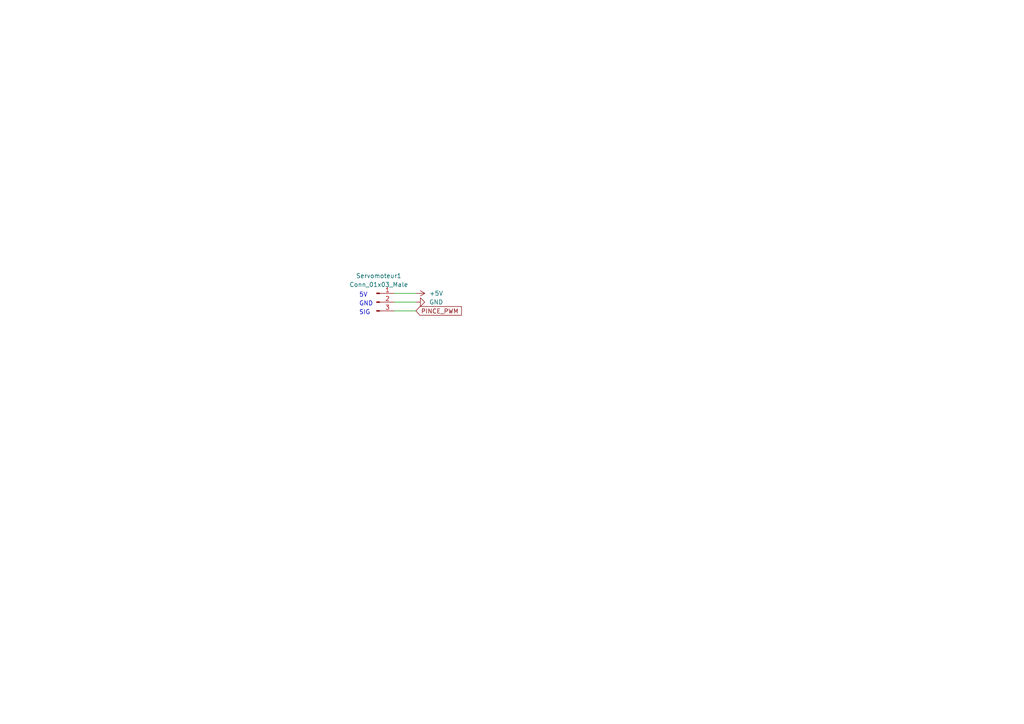
<source format=kicad_sch>
(kicad_sch (version 20211123) (generator eeschema)
  (paper "A4")
  (lib_symbols
    (symbol "Connector:Conn_01x03_Male" (pin_names (offset 1.016) hide)
      (property "Reference" "J" (at 0 5.08 0))
      (property "Value" "Conn_01x03_Male" (at 0 -5.08 0))
      (symbol "Conn_01x03_Male_1_1"
        (polyline (pts (xy 1.27 -2.54) (xy 0.8636 -2.54)) (stroke (width 0.1524)))
        (polyline (pts (xy 1.27 0) (xy 0.8636 0)) (stroke (width 0.1524)))
        (polyline (pts (xy 1.27 2.54) (xy 0.8636 2.54)) (stroke (width 0.1524)))
        (rectangle (start 0.8636 -2.413) (end 0 -2.667) (stroke (width 0.1524)) (fill (type outline)))
        (rectangle (start 0.8636 0.127) (end 0 -0.127) (stroke (width 0.1524)) (fill (type outline)))
        (rectangle (start 0.8636 2.667) (end 0 2.413) (stroke (width 0.1524)) (fill (type outline)))
        (pin passive line (at 5.08 2.54 180) (length 3.81) (name "Pin_1") (number "1"))
        (pin passive line (at 5.08 0 180) (length 3.81) (name "Pin_2") (number "2"))
        (pin passive line (at 5.08 -2.54 180) (length 3.81) (name "Pin_3") (number "3"))
      )
    )
    (symbol "power:+5V" (power) (pin_names (offset 0))
      (property "Value" "+5V" (at 0 3.556 0))
      (symbol "+5V_0_1"
        (polyline (pts (xy -0.762 1.27) (xy 0 2.54)))
        (polyline (pts (xy 0 0) (xy 0 2.54)))
        (polyline (pts (xy 0 2.54) (xy 0.762 1.27)))
      )
      (symbol "+5V_1_1"
        (pin power_in line (at 0 0 90) (length 0) hide (name "+5V") (number "1"))
      )
    )
    (symbol "power:GND" (power) (pin_names (offset 0))
      (property "Value" "GND" (at 0 -3.81 0))
      (symbol "GND_0_1"
        (polyline (pts (xy 0 0) (xy 0 -1.27) (xy 1.27 -1.27) (xy 0 -2.54) (xy -1.27 -1.27) (xy 0 -1.27)))
      )
      (symbol "GND_1_1"
        (pin power_in line (at 0 0 270) (length 0) hide (name "GND") (number "1"))
      )
    )
  )
  (wire (pts (xy 114.3 85.09) (xy 120.65 85.09)))
  (wire (pts (xy 114.3 87.63) (xy 120.65 87.63)))
  (wire (pts (xy 114.3 90.17) (xy 120.65 90.17)))
  (text "SIG" (at 104.14 91.44 0) (effects (font (size 1.27 1.27)) (justify left bottom)))
  (text "5V" (at 104.14 86.36 0) (effects (font (size 1.27 1.27)) (justify left bottom)))
  (text "GND" (at 104.14 88.9 0) (effects (font (size 1.27 1.27)) (justify left bottom)))
  (global_label "PINCE_PWM" (shape input) (at 120.65 90.17 0) (property "Intersheet References" "${INTERSHEET_REFS}" (effects hide)))
  (symbol (lib_id "power:GND") (at 120.65 87.63 90) (unit 1)
    (property "Reference" "#PWR0160" (effects hide))
    (property "Value" "GND" (at 124.46 87.6299 90) (effects (justify right)))
  )
  (symbol (lib_id "Connector:Conn_01x03_Male") (at 109.22 87.63 0) (unit 1)
    (property "Reference" "Servomoteur1" (at 109.855 80.01 0))
    (property "Value" "Conn_01x03_Male" (at 109.855 82.55 0))
    (property "Footprint" "Connector_PinHeader_2.54mm:PinHeader_1x03_P2.54mm_Vertical" (effects hide))
  )
  (symbol (lib_id "power:+5V") (at 120.65 85.09 270) (unit 1)
    (property "Reference" "#PWR0161" (effects hide))
    (property "Value" "+5V" (at 124.46 85.0899 90) (effects (justify left)))
  )
)
</source>
